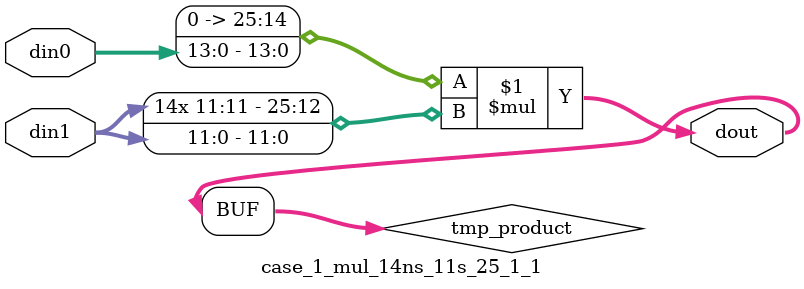
<source format=v>

`timescale 1 ns / 1 ps

 (* use_dsp = "no" *)  module case_1_mul_14ns_11s_25_1_1(din0, din1, dout);
parameter ID = 1;
parameter NUM_STAGE = 0;
parameter din0_WIDTH = 14;
parameter din1_WIDTH = 12;
parameter dout_WIDTH = 26;

input [din0_WIDTH - 1 : 0] din0; 
input [din1_WIDTH - 1 : 0] din1; 
output [dout_WIDTH - 1 : 0] dout;

wire signed [dout_WIDTH - 1 : 0] tmp_product;

























assign tmp_product = $signed({1'b0, din0}) * $signed(din1);










assign dout = tmp_product;





















endmodule

</source>
